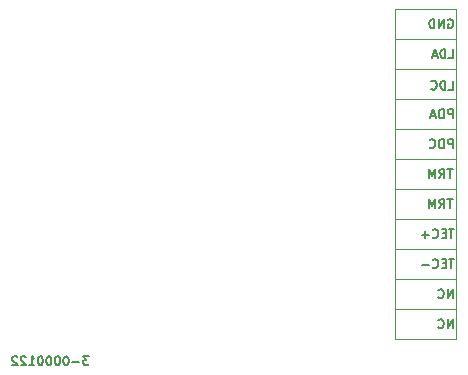
<source format=gbr>
G04 #@! TF.GenerationSoftware,KiCad,Pcbnew,(5.1.12)-1*
G04 #@! TF.CreationDate,2022-02-08T10:42:59-06:00*
G04 #@! TF.ProjectId,laser_mount_board,6c617365-725f-46d6-9f75-6e745f626f61,4.2*
G04 #@! TF.SameCoordinates,Original*
G04 #@! TF.FileFunction,Legend,Bot*
G04 #@! TF.FilePolarity,Positive*
%FSLAX46Y46*%
G04 Gerber Fmt 4.6, Leading zero omitted, Abs format (unit mm)*
G04 Created by KiCad (PCBNEW (5.1.12)-1) date 2022-02-08 10:42:59*
%MOMM*%
%LPD*%
G01*
G04 APERTURE LIST*
%ADD10C,0.120000*%
%ADD11C,0.158750*%
%ADD12C,0.150000*%
G04 APERTURE END LIST*
D10*
X155829000Y-90170000D02*
X150622000Y-90170000D01*
X155829000Y-92710000D02*
X150622000Y-92710000D01*
X155829000Y-95250000D02*
X150622000Y-95250000D01*
X155829000Y-97790000D02*
X150622000Y-97790000D01*
X155829000Y-100330000D02*
X150622000Y-100330000D01*
X155829000Y-102870000D02*
X150622000Y-102870000D01*
X155829000Y-105410000D02*
X150622000Y-105410000D01*
X155829000Y-107950000D02*
X150622000Y-107950000D01*
X150622000Y-110490000D02*
X155829000Y-110490000D01*
X155829000Y-113030000D02*
X150622000Y-113030000D01*
X155829000Y-87630000D02*
X150622000Y-87630000D01*
X155829000Y-115570000D02*
X155829000Y-87630000D01*
X150622000Y-115570000D02*
X155829000Y-115570000D01*
X150622000Y-87630000D02*
X150622000Y-115570000D01*
D11*
X155544383Y-114644714D02*
X155544383Y-113882714D01*
X155108955Y-114644714D01*
X155108955Y-113882714D01*
X154310669Y-114572142D02*
X154346955Y-114608428D01*
X154455812Y-114644714D01*
X154528383Y-114644714D01*
X154637241Y-114608428D01*
X154709812Y-114535857D01*
X154746098Y-114463285D01*
X154782383Y-114318142D01*
X154782383Y-114209285D01*
X154746098Y-114064142D01*
X154709812Y-113991571D01*
X154637241Y-113919000D01*
X154528383Y-113882714D01*
X154455812Y-113882714D01*
X154346955Y-113919000D01*
X154310669Y-113955285D01*
X155181526Y-91784714D02*
X155544383Y-91784714D01*
X155544383Y-91022714D01*
X154927526Y-91784714D02*
X154927526Y-91022714D01*
X154746098Y-91022714D01*
X154637241Y-91059000D01*
X154564669Y-91131571D01*
X154528383Y-91204142D01*
X154492098Y-91349285D01*
X154492098Y-91458142D01*
X154528383Y-91603285D01*
X154564669Y-91675857D01*
X154637241Y-91748428D01*
X154746098Y-91784714D01*
X154927526Y-91784714D01*
X154201812Y-91567000D02*
X153838955Y-91567000D01*
X154274383Y-91784714D02*
X154020383Y-91022714D01*
X153766383Y-91784714D01*
X155544383Y-112104714D02*
X155544383Y-111342714D01*
X155108955Y-112104714D01*
X155108955Y-111342714D01*
X154310669Y-112032142D02*
X154346955Y-112068428D01*
X154455812Y-112104714D01*
X154528383Y-112104714D01*
X154637241Y-112068428D01*
X154709812Y-111995857D01*
X154746098Y-111923285D01*
X154782383Y-111778142D01*
X154782383Y-111669285D01*
X154746098Y-111524142D01*
X154709812Y-111451571D01*
X154637241Y-111379000D01*
X154528383Y-111342714D01*
X154455812Y-111342714D01*
X154346955Y-111379000D01*
X154310669Y-111415285D01*
X155653241Y-108802714D02*
X155217812Y-108802714D01*
X155435526Y-109564714D02*
X155435526Y-108802714D01*
X154963812Y-109165571D02*
X154709812Y-109165571D01*
X154600955Y-109564714D02*
X154963812Y-109564714D01*
X154963812Y-108802714D01*
X154600955Y-108802714D01*
X153838955Y-109492142D02*
X153875241Y-109528428D01*
X153984098Y-109564714D01*
X154056669Y-109564714D01*
X154165526Y-109528428D01*
X154238098Y-109455857D01*
X154274383Y-109383285D01*
X154310669Y-109238142D01*
X154310669Y-109129285D01*
X154274383Y-108984142D01*
X154238098Y-108911571D01*
X154165526Y-108839000D01*
X154056669Y-108802714D01*
X153984098Y-108802714D01*
X153875241Y-108839000D01*
X153838955Y-108875285D01*
X153512383Y-109274428D02*
X152931812Y-109274428D01*
X155653241Y-106262714D02*
X155217812Y-106262714D01*
X155435526Y-107024714D02*
X155435526Y-106262714D01*
X154963812Y-106625571D02*
X154709812Y-106625571D01*
X154600955Y-107024714D02*
X154963812Y-107024714D01*
X154963812Y-106262714D01*
X154600955Y-106262714D01*
X153838955Y-106952142D02*
X153875241Y-106988428D01*
X153984098Y-107024714D01*
X154056669Y-107024714D01*
X154165526Y-106988428D01*
X154238098Y-106915857D01*
X154274383Y-106843285D01*
X154310669Y-106698142D01*
X154310669Y-106589285D01*
X154274383Y-106444142D01*
X154238098Y-106371571D01*
X154165526Y-106299000D01*
X154056669Y-106262714D01*
X153984098Y-106262714D01*
X153875241Y-106299000D01*
X153838955Y-106335285D01*
X153512383Y-106734428D02*
X152931812Y-106734428D01*
X153222098Y-107024714D02*
X153222098Y-106444142D01*
X155526241Y-103722714D02*
X155090812Y-103722714D01*
X155308526Y-104484714D02*
X155308526Y-103722714D01*
X154401383Y-104484714D02*
X154655383Y-104121857D01*
X154836812Y-104484714D02*
X154836812Y-103722714D01*
X154546526Y-103722714D01*
X154473955Y-103759000D01*
X154437669Y-103795285D01*
X154401383Y-103867857D01*
X154401383Y-103976714D01*
X154437669Y-104049285D01*
X154473955Y-104085571D01*
X154546526Y-104121857D01*
X154836812Y-104121857D01*
X154074812Y-104484714D02*
X154074812Y-103722714D01*
X153820812Y-104267000D01*
X153566812Y-103722714D01*
X153566812Y-104484714D01*
X155526241Y-101182714D02*
X155090812Y-101182714D01*
X155308526Y-101944714D02*
X155308526Y-101182714D01*
X154401383Y-101944714D02*
X154655383Y-101581857D01*
X154836812Y-101944714D02*
X154836812Y-101182714D01*
X154546526Y-101182714D01*
X154473955Y-101219000D01*
X154437669Y-101255285D01*
X154401383Y-101327857D01*
X154401383Y-101436714D01*
X154437669Y-101509285D01*
X154473955Y-101545571D01*
X154546526Y-101581857D01*
X154836812Y-101581857D01*
X154074812Y-101944714D02*
X154074812Y-101182714D01*
X153820812Y-101727000D01*
X153566812Y-101182714D01*
X153566812Y-101944714D01*
X155544383Y-99404714D02*
X155544383Y-98642714D01*
X155254098Y-98642714D01*
X155181526Y-98679000D01*
X155145241Y-98715285D01*
X155108955Y-98787857D01*
X155108955Y-98896714D01*
X155145241Y-98969285D01*
X155181526Y-99005571D01*
X155254098Y-99041857D01*
X155544383Y-99041857D01*
X154782383Y-99404714D02*
X154782383Y-98642714D01*
X154600955Y-98642714D01*
X154492098Y-98679000D01*
X154419526Y-98751571D01*
X154383241Y-98824142D01*
X154346955Y-98969285D01*
X154346955Y-99078142D01*
X154383241Y-99223285D01*
X154419526Y-99295857D01*
X154492098Y-99368428D01*
X154600955Y-99404714D01*
X154782383Y-99404714D01*
X153584955Y-99332142D02*
X153621241Y-99368428D01*
X153730098Y-99404714D01*
X153802669Y-99404714D01*
X153911526Y-99368428D01*
X153984098Y-99295857D01*
X154020383Y-99223285D01*
X154056669Y-99078142D01*
X154056669Y-98969285D01*
X154020383Y-98824142D01*
X153984098Y-98751571D01*
X153911526Y-98679000D01*
X153802669Y-98642714D01*
X153730098Y-98642714D01*
X153621241Y-98679000D01*
X153584955Y-98715285D01*
X155544383Y-96864714D02*
X155544383Y-96102714D01*
X155254098Y-96102714D01*
X155181526Y-96139000D01*
X155145241Y-96175285D01*
X155108955Y-96247857D01*
X155108955Y-96356714D01*
X155145241Y-96429285D01*
X155181526Y-96465571D01*
X155254098Y-96501857D01*
X155544383Y-96501857D01*
X154782383Y-96864714D02*
X154782383Y-96102714D01*
X154600955Y-96102714D01*
X154492098Y-96139000D01*
X154419526Y-96211571D01*
X154383241Y-96284142D01*
X154346955Y-96429285D01*
X154346955Y-96538142D01*
X154383241Y-96683285D01*
X154419526Y-96755857D01*
X154492098Y-96828428D01*
X154600955Y-96864714D01*
X154782383Y-96864714D01*
X154056669Y-96647000D02*
X153693812Y-96647000D01*
X154129241Y-96864714D02*
X153875241Y-96102714D01*
X153621241Y-96864714D01*
X155181526Y-94451714D02*
X155544383Y-94451714D01*
X155544383Y-93689714D01*
X154927526Y-94451714D02*
X154927526Y-93689714D01*
X154746098Y-93689714D01*
X154637241Y-93726000D01*
X154564669Y-93798571D01*
X154528383Y-93871142D01*
X154492098Y-94016285D01*
X154492098Y-94125142D01*
X154528383Y-94270285D01*
X154564669Y-94342857D01*
X154637241Y-94415428D01*
X154746098Y-94451714D01*
X154927526Y-94451714D01*
X153730098Y-94379142D02*
X153766383Y-94415428D01*
X153875241Y-94451714D01*
X153947812Y-94451714D01*
X154056669Y-94415428D01*
X154129241Y-94342857D01*
X154165526Y-94270285D01*
X154201812Y-94125142D01*
X154201812Y-94016285D01*
X154165526Y-93871142D01*
X154129241Y-93798571D01*
X154056669Y-93726000D01*
X153947812Y-93689714D01*
X153875241Y-93689714D01*
X153766383Y-93726000D01*
X153730098Y-93762285D01*
X155145241Y-88519000D02*
X155217812Y-88482714D01*
X155326669Y-88482714D01*
X155435526Y-88519000D01*
X155508098Y-88591571D01*
X155544383Y-88664142D01*
X155580669Y-88809285D01*
X155580669Y-88918142D01*
X155544383Y-89063285D01*
X155508098Y-89135857D01*
X155435526Y-89208428D01*
X155326669Y-89244714D01*
X155254098Y-89244714D01*
X155145241Y-89208428D01*
X155108955Y-89172142D01*
X155108955Y-88918142D01*
X155254098Y-88918142D01*
X154782383Y-89244714D02*
X154782383Y-88482714D01*
X154346955Y-89244714D01*
X154346955Y-88482714D01*
X153984098Y-89244714D02*
X153984098Y-88482714D01*
X153802669Y-88482714D01*
X153693812Y-88519000D01*
X153621241Y-88591571D01*
X153584955Y-88664142D01*
X153548669Y-88809285D01*
X153548669Y-88918142D01*
X153584955Y-89063285D01*
X153621241Y-89135857D01*
X153693812Y-89208428D01*
X153802669Y-89244714D01*
X153984098Y-89244714D01*
D12*
X124728514Y-117019614D02*
X124256800Y-117019614D01*
X124510800Y-117309900D01*
X124401942Y-117309900D01*
X124329371Y-117346185D01*
X124293085Y-117382471D01*
X124256800Y-117455042D01*
X124256800Y-117636471D01*
X124293085Y-117709042D01*
X124329371Y-117745328D01*
X124401942Y-117781614D01*
X124619657Y-117781614D01*
X124692228Y-117745328D01*
X124728514Y-117709042D01*
X123930228Y-117491328D02*
X123349657Y-117491328D01*
X122841657Y-117019614D02*
X122769085Y-117019614D01*
X122696514Y-117055900D01*
X122660228Y-117092185D01*
X122623942Y-117164757D01*
X122587657Y-117309900D01*
X122587657Y-117491328D01*
X122623942Y-117636471D01*
X122660228Y-117709042D01*
X122696514Y-117745328D01*
X122769085Y-117781614D01*
X122841657Y-117781614D01*
X122914228Y-117745328D01*
X122950514Y-117709042D01*
X122986800Y-117636471D01*
X123023085Y-117491328D01*
X123023085Y-117309900D01*
X122986800Y-117164757D01*
X122950514Y-117092185D01*
X122914228Y-117055900D01*
X122841657Y-117019614D01*
X122115942Y-117019614D02*
X122043371Y-117019614D01*
X121970800Y-117055900D01*
X121934514Y-117092185D01*
X121898228Y-117164757D01*
X121861942Y-117309900D01*
X121861942Y-117491328D01*
X121898228Y-117636471D01*
X121934514Y-117709042D01*
X121970800Y-117745328D01*
X122043371Y-117781614D01*
X122115942Y-117781614D01*
X122188514Y-117745328D01*
X122224800Y-117709042D01*
X122261085Y-117636471D01*
X122297371Y-117491328D01*
X122297371Y-117309900D01*
X122261085Y-117164757D01*
X122224800Y-117092185D01*
X122188514Y-117055900D01*
X122115942Y-117019614D01*
X121390228Y-117019614D02*
X121317657Y-117019614D01*
X121245085Y-117055900D01*
X121208800Y-117092185D01*
X121172514Y-117164757D01*
X121136228Y-117309900D01*
X121136228Y-117491328D01*
X121172514Y-117636471D01*
X121208800Y-117709042D01*
X121245085Y-117745328D01*
X121317657Y-117781614D01*
X121390228Y-117781614D01*
X121462800Y-117745328D01*
X121499085Y-117709042D01*
X121535371Y-117636471D01*
X121571657Y-117491328D01*
X121571657Y-117309900D01*
X121535371Y-117164757D01*
X121499085Y-117092185D01*
X121462800Y-117055900D01*
X121390228Y-117019614D01*
X120664514Y-117019614D02*
X120591942Y-117019614D01*
X120519371Y-117055900D01*
X120483085Y-117092185D01*
X120446800Y-117164757D01*
X120410514Y-117309900D01*
X120410514Y-117491328D01*
X120446800Y-117636471D01*
X120483085Y-117709042D01*
X120519371Y-117745328D01*
X120591942Y-117781614D01*
X120664514Y-117781614D01*
X120737085Y-117745328D01*
X120773371Y-117709042D01*
X120809657Y-117636471D01*
X120845942Y-117491328D01*
X120845942Y-117309900D01*
X120809657Y-117164757D01*
X120773371Y-117092185D01*
X120737085Y-117055900D01*
X120664514Y-117019614D01*
X119684800Y-117781614D02*
X120120228Y-117781614D01*
X119902514Y-117781614D02*
X119902514Y-117019614D01*
X119975085Y-117128471D01*
X120047657Y-117201042D01*
X120120228Y-117237328D01*
X119394514Y-117092185D02*
X119358228Y-117055900D01*
X119285657Y-117019614D01*
X119104228Y-117019614D01*
X119031657Y-117055900D01*
X118995371Y-117092185D01*
X118959085Y-117164757D01*
X118959085Y-117237328D01*
X118995371Y-117346185D01*
X119430800Y-117781614D01*
X118959085Y-117781614D01*
X118668800Y-117092185D02*
X118632514Y-117055900D01*
X118559942Y-117019614D01*
X118378514Y-117019614D01*
X118305942Y-117055900D01*
X118269657Y-117092185D01*
X118233371Y-117164757D01*
X118233371Y-117237328D01*
X118269657Y-117346185D01*
X118705085Y-117781614D01*
X118233371Y-117781614D01*
M02*

</source>
